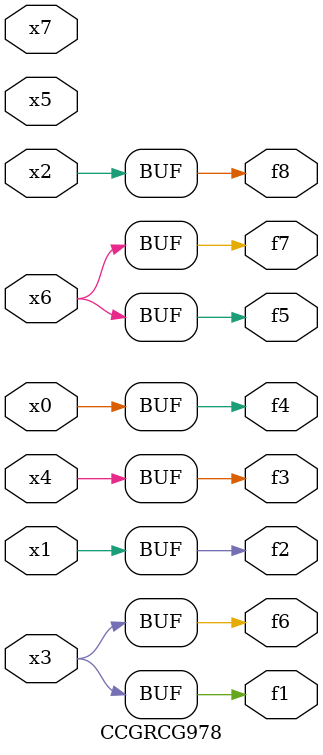
<source format=v>
module CCGRCG978(
	input x0, x1, x2, x3, x4, x5, x6, x7,
	output f1, f2, f3, f4, f5, f6, f7, f8
);
	assign f1 = x3;
	assign f2 = x1;
	assign f3 = x4;
	assign f4 = x0;
	assign f5 = x6;
	assign f6 = x3;
	assign f7 = x6;
	assign f8 = x2;
endmodule

</source>
